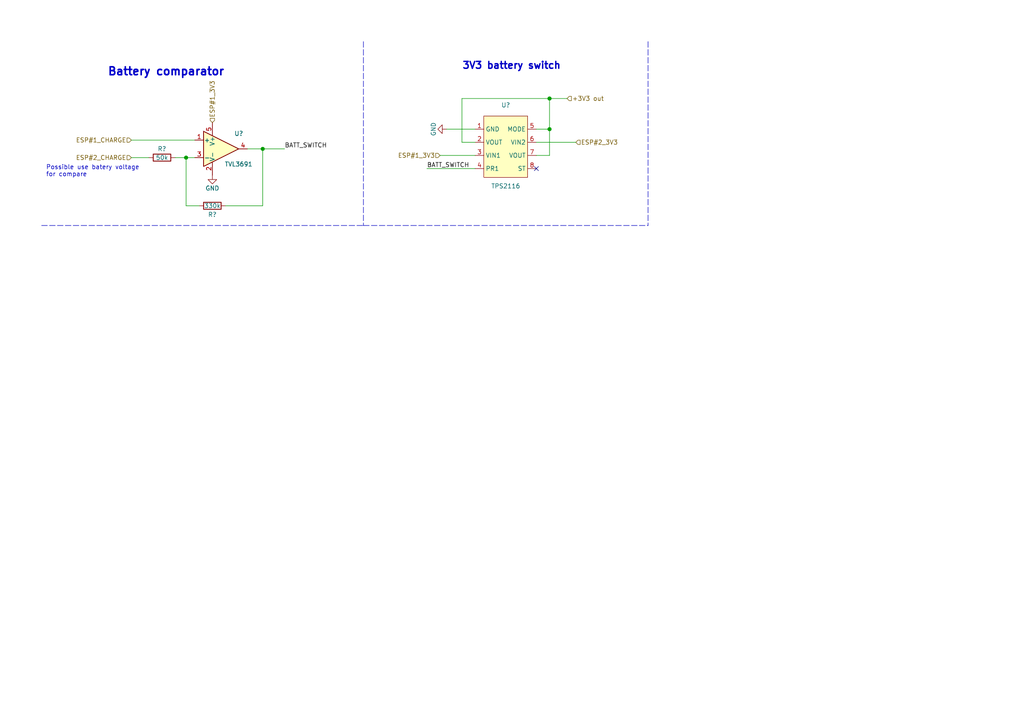
<source format=kicad_sch>
(kicad_sch (version 20210621) (generator eeschema)
  (paper "A4")
  (lib_symbols
    (symbol "Amplifier_Operational:TLV172IDCK" (pin_names (offset 0.127))
      (property "Reference" "U" (at 7.62 2.54 0))
      (property "Value" "TLV172IDCK" (at 11.43 -2.54 0))
      (symbol "TLV172IDCK_0_1"
        (polyline (pts (xy -2.54 5.08) (xy -2.54 -5.08) (xy 7.62 0) (xy -2.54 5.08)) (stroke (width 0.254)) (fill (type background)))
      )
      (symbol "TLV172IDCK_1_1"
        (pin input line (at -5.08 2.54 0) (length 2.54) (name "+") (number "1"))
        (pin power_in line (at 0 -7.62 90) (length 3.81) (name "V-") (number "2"))
        (pin input line (at -5.08 -2.54 0) (length 2.54) (name "-") (number "3"))
        (pin output line (at 10.16 0 180) (length 2.54) (name "~") (number "4"))
        (pin power_in line (at 0 7.62 270) (length 3.81) (name "V+") (number "5"))
      )
    )
    (symbol "Device:R" (pin_numbers hide) (pin_names (offset 0))
      (property "Reference" "R" (at 2.032 0 90))
      (property "Value" "R" (at 0 0 90))
      (symbol "R_0_1"
        (rectangle (start -1.016 -2.54) (end 1.016 2.54) (stroke (width 0.254)))
      )
      (symbol "R_1_1"
        (pin passive line (at 0 3.81 270) (length 1.27) (name "~") (number "1"))
        (pin passive line (at 0 -3.81 90) (length 1.27) (name "~") (number "2"))
      )
    )
    (symbol "comm:TPS2116"
      (property "Reference" "U" (at 3.81 12.7 0))
      (property "Value" "TPS2116" (at 3.81 -8.89 0))
      (symbol "TPS2116_0_1"
        (rectangle (start -2.54 11.43) (end 10.16 -6.35) (stroke (width 0.1524)) (fill (type background)))
      )
      (symbol "TPS2116_1_1"
        (pin input line (at -5.08 7.62 0) (length 2.54) (name "GND") (number "1"))
        (pin output line (at -5.08 3.81 0) (length 2.54) (name "VOUT") (number "2"))
        (pin input line (at -5.08 0 0) (length 2.54) (name "VIN1") (number "3"))
        (pin input line (at -5.08 -3.81 0) (length 2.54) (name "PR1") (number "4"))
        (pin input line (at 12.7 7.62 180) (length 2.54) (name "MODE") (number "5"))
        (pin input line (at 12.7 3.81 180) (length 2.54) (name "VIN2") (number "6"))
        (pin output line (at 12.7 0 180) (length 2.54) (name "VOUT") (number "7"))
        (pin output line (at 12.7 -3.81 180) (length 2.54) (name "ST") (number "8"))
      )
    )
    (symbol "power:GND" (power) (pin_names (offset 0))
      (property "Value" "GND" (at 0 -3.81 0))
      (symbol "GND_0_1"
        (polyline (pts (xy 0 0) (xy 0 -1.27) (xy 1.27 -1.27) (xy 0 -2.54) (xy -1.27 -1.27) (xy 0 -1.27)))
      )
      (symbol "GND_1_1"
        (pin power_in line (at 0 0 270) (length 0) hide (name "GND") (number "1"))
      )
    )
  )
  (junction (at 53.975 45.72) (diameter 1.016))
  (junction (at 76.2 43.18) (diameter 1.016))
  (junction (at 159.385 28.575) (diameter 1.016))
  (junction (at 159.385 37.465) (diameter 1.016))
  (no_connect (at 155.575 48.895))
  (wire (pts (xy 38.1 40.64) (xy 56.515 40.64)))
  (wire (pts (xy 38.1 45.72) (xy 43.18 45.72)))
  (wire (pts (xy 50.8 45.72) (xy 53.975 45.72)))
  (wire (pts (xy 53.975 45.72) (xy 53.975 59.69)))
  (wire (pts (xy 53.975 45.72) (xy 56.515 45.72)))
  (wire (pts (xy 53.975 59.69) (xy 57.785 59.69)))
  (wire (pts (xy 65.405 59.69) (xy 76.2 59.69)))
  (wire (pts (xy 71.755 43.18) (xy 76.2 43.18)))
  (wire (pts (xy 76.2 43.18) (xy 82.55 43.18)))
  (wire (pts (xy 76.2 59.69) (xy 76.2 43.18)))
  (wire (pts (xy 123.825 48.895) (xy 137.795 48.895)))
  (wire (pts (xy 127.635 45.085) (xy 137.795 45.085)))
  (wire (pts (xy 129.54 37.465) (xy 137.795 37.465)))
  (wire (pts (xy 133.985 28.575) (xy 159.385 28.575)))
  (wire (pts (xy 133.985 41.275) (xy 133.985 28.575)))
  (wire (pts (xy 137.795 41.275) (xy 133.985 41.275)))
  (wire (pts (xy 155.575 37.465) (xy 159.385 37.465)))
  (wire (pts (xy 155.575 41.275) (xy 167.005 41.275)))
  (wire (pts (xy 155.575 45.085) (xy 159.385 45.085)))
  (wire (pts (xy 159.385 28.575) (xy 164.465 28.575)))
  (wire (pts (xy 159.385 37.465) (xy 159.385 28.575)))
  (wire (pts (xy 159.385 45.085) (xy 159.385 37.465)))
  (polyline (pts (xy 12.065 65.405) (xy 105.41 65.405)) (stroke (width 0) (type dash)))
  (polyline (pts (xy 105.41 12.065) (xy 105.41 65.405)) (stroke (width 0) (type dash)))
  (polyline (pts (xy 105.41 65.405) (xy 187.96 65.405)) (stroke (width 0) (type dash)))
  (polyline (pts (xy 187.96 12.065) (xy 187.96 65.405)) (stroke (width 0) (type dash)))
  (text "Possible use batery voltage\nfor compare" (at 13.335 51.435 0) (effects (font (size 1.27 1.27)) (justify left bottom)))
  (text "Battery comparator" (at 31.115 22.225 0) (effects (font (size 2.3 2.3) (thickness 0.46) bold) (justify left bottom)))
  (text "3V3 battery switch\n" (at 133.985 20.32 0) (effects (font (size 2 2) (thickness 0.4) bold) (justify left bottom)))
  (label "BATT_SWITCH" (at 82.55 43.18 0))
  (label "BATT_SWITCH" (at 123.825 48.895 0))
  (hierarchical_label "ESP#1_CHARGE" (shape input) (at 38.1 40.64 180))
  (hierarchical_label "ESP#2_CHARGE" (shape input) (at 38.1 45.72 180))
  (hierarchical_label "ESP#1_3V3" (shape input) (at 61.595 35.56 90))
  (hierarchical_label "ESP#1_3V3" (shape input) (at 127.635 45.085 180))
  (hierarchical_label "+3V3 out" (shape input) (at 164.465 28.575 0))
  (hierarchical_label "ESP#2_3V3" (shape input) (at 167.005 41.275 0))
  (symbol (lib_id "power:GND") (at 61.595 50.8 0) (unit 1)
    (property "Reference" "#PWR?" (effects hide))
    (property "Value" "GND" (at 61.595 54.61 0))
  )
  (symbol (lib_id "power:GND") (at 129.54 37.465 270) (unit 1)
    (property "Reference" "#PWR?" (effects hide))
    (property "Value" "GND" (at 125.73 37.465 0))
  )
  (symbol (lib_id "Device:R") (at 46.99 45.72 90) (unit 1)
    (property "Reference" "R?" (at 46.99 43.18 90))
    (property "Value" "50k" (at 46.99 45.72 90))
  )
  (symbol (lib_id "Device:R") (at 61.595 59.69 90) (unit 1)
    (property "Reference" "R?" (at 61.595 62.23 90))
    (property "Value" "330k" (at 61.595 59.69 90))
  )
  (symbol (lib_id "Amplifier_Operational:TLV172IDCK") (at 61.595 43.18 0) (unit 1)
    (property "Reference" "U?" (at 67.945 38.7349 0) (effects (justify left)))
    (property "Value" "TVL3691" (at 69.215 47.625 0))
    (property "Datasheet" "http://www.ti.com/lit/ds/symlink/tlv172.pdf" (effects hide))
  )
  (symbol (lib_id "comm:TPS2116") (at 142.875 45.085 0) (unit 1)
    (property "Reference" "U?" (at 146.685 30.48 0))
    (property "Value" "TPS2116" (at 146.685 53.975 0))
  )
)
</source>
